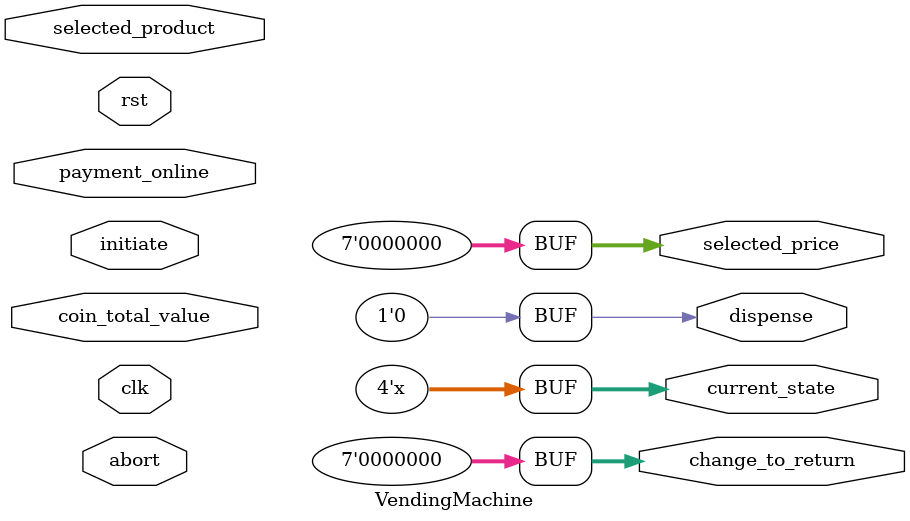
<source format=v>
`timescale 1ns / 1ps

module VendingMachine(
    input clk,                      // Clock input to synchronize operations
    input rst,                      // Reset input to initialize or reset the vending machine
    input [2:0] selected_product,   // 3-bit input for selecting the desired product
    input payment_online,           // Input signal indicating payment via online method
    input initiate,                 // Input signal to start the vending machine operation
    input abort,                    // Input signal to cancel the current operation
    input [6:0] coin_total_value,   // 7-bit input representing the total value of inserted coins

    output reg [3:0] current_state,       // 4-bit output representing the current state of the vending machine
    output reg dispense,                  // Output signal to trigger product dispensing
    output reg [6:0] change_to_return,    // 7-bit output representing the change to be returned
    output reg [6:0] selected_price       // 7-bit output indicating the price of the selected product
);

// Definition of internal states for the state machine
localparam STATE_IDLE = 4'b0000;
localparam STATE_SELECT_PRODUCT = 4'b0001;
localparam STATE_PEN_SELECTED = 4'b0010;
localparam STATE_NOTEBOOK_SELECTED = 4'b0011;
localparam STATE_COKE_SELECTED = 4'b0100;
localparam STATE_LAYS_SELECTED = 4'b0101;
localparam STATE_WATER_BOTTLE_SELECTED = 4'b0110;
localparam STATE_DISPENSE_AND_RETURN_CHANGE = 4'b0111;

// Prices for each product represented in 7-bit format
parameter PRICE_WATER_BOTTLE = 7'd20;
parameter PRICE_LAYS = 7'd35;
parameter PRICE_COKE = 7'd30;
parameter PRICE_PEN = 7'd15;
parameter PRICE_NOTEBOOK = 7'd50;

// Internal registers for state and values management
reg [3:0] state_next;              // Register to hold the next state of the state machine
reg [6:0] price_current_product;   // Register to hold the price of the currently selected product
reg [6:0] change_value;            // Register to hold the change amount to be returned

// Sequential logic for state transition and register updates
always @(posedge clk or posedge rst) begin
    if (rst) begin
        current_state <= STATE_IDLE;        // Set to IDLE state on reset
        price_current_product <= 0;         // Reset product price register
        change_value <= 0;                  // Reset change return register
    end else begin
        current_state <= state_next;        // Update current state to next state
        price_current_product <= price_current_product; // Maintain current product price
        change_value <= change_value;       // Maintain current change return value
    end
end

// Combinational logic for determining the next state based on current state and inputs
always @(*) begin
    case (current_state)
        STATE_IDLE: begin
            if (initiate)
                state_next = STATE_SELECT_PRODUCT; // Transition to product selection state if initiate is pressed
            else if (abort)
                state_next = STATE_IDLE; // Remain in IDLE state if abort is pressed
            else 
                state_next = STATE_IDLE; // Remain in IDLE state if no action
        end    
        STATE_SELECT_PRODUCT: begin
            case (selected_product)
                3'b000: begin
                    state_next = STATE_PEN_SELECTED; // Transition to Pen selection state
                    price_current_product = PRICE_PEN; // Set product price to Pen price
                end
                3'b001: begin
                    state_next = STATE_NOTEBOOK_SELECTED; // Transition to Notebook selection state
                    price_current_product = PRICE_NOTEBOOK; // Set product price to Notebook price
                end
                3'b010: begin
                    state_next = STATE_COKE_SELECTED; // Transition to Coke selection state
                    price_current_product = PRICE_COKE; // Set product price to Coke price
                end
                3'b011: begin
                    state_next = STATE_LAYS_SELECTED; // Transition to Lays selection state
                    price_current_product = PRICE_LAYS; // Set product price to Lays price
                end
                3'b100: begin
                    state_next = STATE_WATER_BOTTLE_SELECTED; // Transition to Water bottle selection state
                    price_current_product = PRICE_WATER_BOTTLE; // Set product price to Water bottle price
                end
                default: begin
                    state_next = STATE_IDLE; // Default to IDLE state for invalid product code
                    price_current_product = 0; // Set product price to 0 for invalid selection
                end
            endcase
        end
        STATE_PEN_SELECTED, STATE_NOTEBOOK_SELECTED, STATE_COKE_SELECTED, STATE_LAYS_SELECTED, STATE_WATER_BOTTLE_SELECTED: begin
            if (abort) begin 
                state_next = STATE_IDLE; // Transition to IDLE state if abort is pressed
                change_value = coin_total_value; // Set return change to total coin value
            end
            else if (coin_total_value >= price_current_product)
                state_next = STATE_DISPENSE_AND_RETURN_CHANGE; // Transition to dispense state if sufficient coins inserted
            else if (payment_online)
                state_next = STATE_DISPENSE_AND_RETURN_CHANGE; // Transition to dispense state if online payment is made
            else
                state_next = current_state; // Remain in current state if conditions not met
        end
        STATE_DISPENSE_AND_RETURN_CHANGE: begin
            state_next = STATE_IDLE; // Transition back to IDLE state after dispensing product
            if (payment_online)
                change_value = 0; // No change to return if payment was online
            else if (coin_total_value >= price_current_product)
                change_value = coin_total_value - price_current_product; // Calculate return change if sufficient coins inserted
        end
    endcase
end

// Combinational logic for output signals based on current state
always @(*) begin
    current_state = current_state; // Output the current state
    case (current_state)
        STATE_DISPENSE_AND_RETURN_CHANGE: begin
            dispense = 1; // Activate dispense signal
            change_to_return = change_value; // Output the calculated return change
            selected_price = price_current_product; // Output the price of the selected product
        end
        default: begin
            dispense = 0; // Deactivate dispense signal
            change_to_return = 0; // Set return change to 0
            selected_price = 0; // Set product price to 0
        end
    endcase
end

endmodule

</source>
